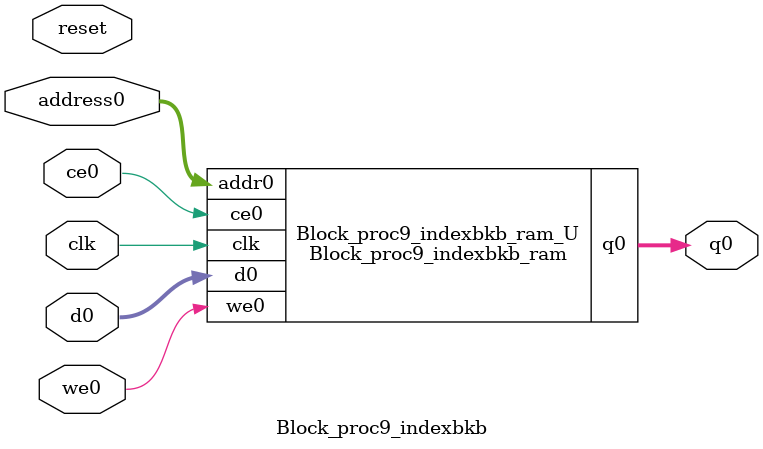
<source format=v>
`timescale 1 ns / 1 ps
module Block_proc9_indexbkb_ram (addr0, ce0, d0, we0, q0,  clk);

parameter DWIDTH = 32;
parameter AWIDTH = 10;
parameter MEM_SIZE = 784;

input[AWIDTH-1:0] addr0;
input ce0;
input[DWIDTH-1:0] d0;
input we0;
output reg[DWIDTH-1:0] q0;
input clk;

(* ram_style = "block" *)reg [DWIDTH-1:0] ram[0:MEM_SIZE-1];




always @(posedge clk)  
begin 
    if (ce0) 
    begin
        if (we0) 
        begin 
            ram[addr0] <= d0; 
        end 
        q0 <= ram[addr0];
    end
end


endmodule

`timescale 1 ns / 1 ps
module Block_proc9_indexbkb(
    reset,
    clk,
    address0,
    ce0,
    we0,
    d0,
    q0);

parameter DataWidth = 32'd32;
parameter AddressRange = 32'd784;
parameter AddressWidth = 32'd10;
input reset;
input clk;
input[AddressWidth - 1:0] address0;
input ce0;
input we0;
input[DataWidth - 1:0] d0;
output[DataWidth - 1:0] q0;



Block_proc9_indexbkb_ram Block_proc9_indexbkb_ram_U(
    .clk( clk ),
    .addr0( address0 ),
    .ce0( ce0 ),
    .we0( we0 ),
    .d0( d0 ),
    .q0( q0 ));

endmodule


</source>
